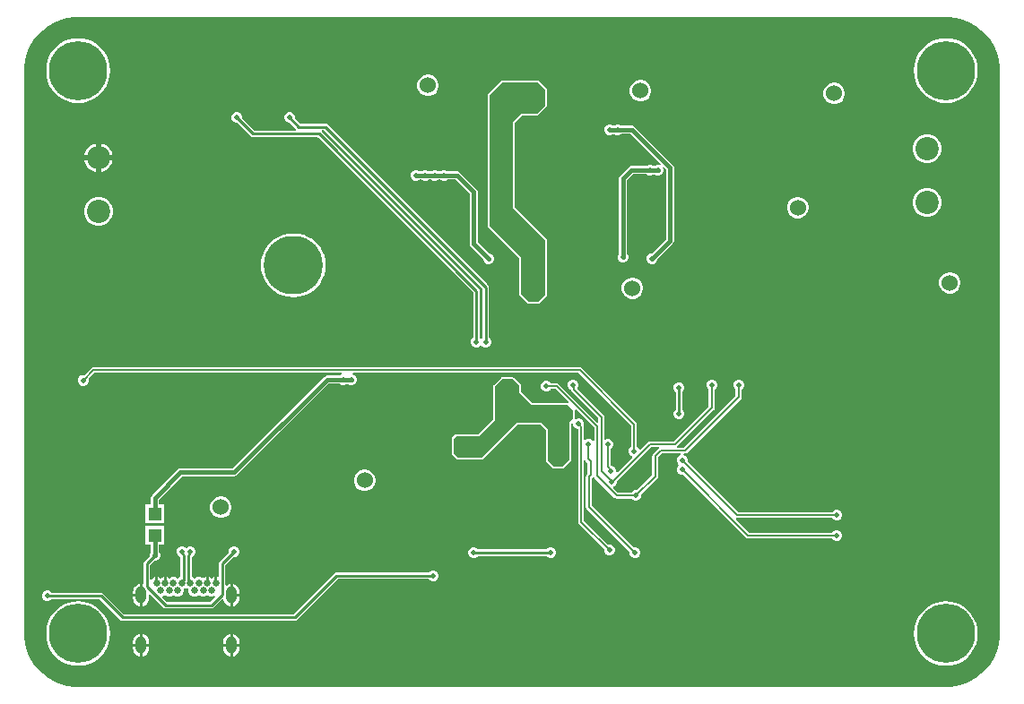
<source format=gbr>
G04*
G04 #@! TF.GenerationSoftware,Altium Limited,Altium Designer,24.2.2 (26)*
G04*
G04 Layer_Physical_Order=2*
G04 Layer_Color=16711680*
%FSLAX44Y44*%
%MOMM*%
G71*
G04*
G04 #@! TF.SameCoordinates,8E206BF5-5000-4682-9AB4-4AEA4F1FC2D2*
G04*
G04*
G04 #@! TF.FilePolarity,Positive*
G04*
G01*
G75*
%ADD15C,0.2540*%
%ADD17C,0.1778*%
%ADD95C,0.3810*%
%ADD96C,0.2787*%
%ADD97C,0.2032*%
%ADD98C,1.5240*%
%ADD99C,2.2000*%
%ADD100O,1.0000X1.6000*%
%ADD101C,0.6500*%
%ADD102O,5.6000X5.5000*%
%ADD103O,5.5000X5.6000*%
%ADD104C,0.5080*%
%ADD105R,1.2700X1.2700*%
G36*
X1123950Y887730D02*
X1123950Y887730D01*
X1127280Y887730D01*
X1133882Y886861D01*
X1140314Y885137D01*
X1146466Y882589D01*
X1152234Y879259D01*
X1157517Y875205D01*
X1162225Y870497D01*
X1166279Y865213D01*
X1169609Y859446D01*
X1172157Y853294D01*
X1173881Y846862D01*
X1174750Y840259D01*
X1174750Y836930D01*
X1174750Y304800D01*
X1174750Y304800D01*
Y301470D01*
X1173881Y294868D01*
X1172157Y288436D01*
X1169609Y282283D01*
X1166279Y276516D01*
X1162225Y271233D01*
X1157517Y266525D01*
X1152234Y262471D01*
X1146466Y259141D01*
X1140314Y256593D01*
X1133882Y254869D01*
X1127280Y254000D01*
X304800D01*
X301470Y254000D01*
X294868Y254869D01*
X288436Y256593D01*
X282283Y259141D01*
X276516Y262471D01*
X271233Y266525D01*
X266525Y271233D01*
X262471Y276516D01*
X259141Y282283D01*
X256593Y288436D01*
X254869Y294868D01*
X254000Y301470D01*
X254000Y304800D01*
X254000Y835734D01*
X254000Y836930D01*
X254000Y836930D01*
X254000Y836930D01*
X254000Y836930D01*
X254000Y840259D01*
X254869Y846862D01*
X256593Y853294D01*
X259141Y859446D01*
X262471Y865213D01*
X266524Y870497D01*
X271233Y875205D01*
X276516Y879259D01*
X282283Y882589D01*
X288436Y885137D01*
X294868Y886861D01*
X301470Y887730D01*
X304800Y887730D01*
X1123950Y887730D01*
X1123950Y887730D01*
D02*
G37*
%LPC*%
G36*
X636338Y833120D02*
X633662D01*
X631078Y832428D01*
X628762Y831090D01*
X626870Y829198D01*
X625532Y826882D01*
X624840Y824298D01*
Y821622D01*
X625532Y819038D01*
X626870Y816722D01*
X628762Y814830D01*
X631078Y813492D01*
X633662Y812800D01*
X636338D01*
X638922Y813492D01*
X641238Y814830D01*
X643130Y816722D01*
X644468Y819038D01*
X645160Y821622D01*
Y824298D01*
X644468Y826882D01*
X643130Y829198D01*
X641238Y831090D01*
X638922Y832428D01*
X636338Y833120D01*
D02*
G37*
G36*
X836998Y828040D02*
X834322D01*
X831738Y827348D01*
X829422Y826010D01*
X827530Y824118D01*
X826192Y821802D01*
X825500Y819218D01*
Y816542D01*
X826192Y813958D01*
X827530Y811642D01*
X829422Y809750D01*
X831738Y808412D01*
X834322Y807720D01*
X836998D01*
X839582Y808412D01*
X841898Y809750D01*
X843790Y811642D01*
X845128Y813958D01*
X845820Y816542D01*
Y819218D01*
X845128Y821802D01*
X843790Y824118D01*
X841898Y826010D01*
X839582Y827348D01*
X836998Y828040D01*
D02*
G37*
G36*
X1123950Y867563D02*
X1119236Y867192D01*
X1114638Y866088D01*
X1110270Y864279D01*
X1106238Y861808D01*
X1102643Y858737D01*
X1099572Y855142D01*
X1097101Y851110D01*
X1095292Y846742D01*
X1094188Y842144D01*
X1093817Y837430D01*
Y836430D01*
X1094188Y831716D01*
X1095292Y827118D01*
X1097101Y822750D01*
X1099572Y818718D01*
X1102643Y815123D01*
X1106238Y812052D01*
X1110270Y809581D01*
X1114638Y807772D01*
X1119236Y806668D01*
X1123950Y806297D01*
X1128664Y806668D01*
X1133262Y807772D01*
X1137630Y809581D01*
X1141662Y812052D01*
X1145257Y815123D01*
X1148328Y818718D01*
X1150799Y822750D01*
X1152608Y827118D01*
X1153712Y831716D01*
X1154083Y836430D01*
Y837430D01*
X1153712Y842144D01*
X1152608Y846742D01*
X1150799Y851110D01*
X1148328Y855142D01*
X1145257Y858737D01*
X1141662Y861808D01*
X1137630Y864279D01*
X1133262Y866088D01*
X1128664Y867192D01*
X1123950Y867563D01*
D02*
G37*
G36*
X304800D02*
X300086Y867192D01*
X295488Y866088D01*
X291120Y864279D01*
X287088Y861808D01*
X283493Y858737D01*
X280422Y855142D01*
X277951Y851110D01*
X276142Y846742D01*
X275038Y842144D01*
X274667Y837430D01*
Y836430D01*
X275038Y831716D01*
X276142Y827118D01*
X277951Y822750D01*
X280422Y818718D01*
X283493Y815123D01*
X287088Y812052D01*
X291120Y809581D01*
X295488Y807772D01*
X300086Y806668D01*
X304800Y806297D01*
X309514Y806668D01*
X314112Y807772D01*
X318480Y809581D01*
X322512Y812052D01*
X326107Y815123D01*
X329178Y818718D01*
X331649Y822750D01*
X333458Y827118D01*
X334562Y831716D01*
X334933Y836430D01*
Y837430D01*
X334562Y842144D01*
X333458Y846742D01*
X331649Y851110D01*
X329178Y855142D01*
X326107Y858737D01*
X322512Y861808D01*
X318480Y864279D01*
X314112Y866088D01*
X309514Y867192D01*
X304800Y867563D01*
D02*
G37*
G36*
X1019878Y825500D02*
X1017202D01*
X1014618Y824808D01*
X1012302Y823470D01*
X1010410Y821578D01*
X1009072Y819262D01*
X1008380Y816678D01*
Y814002D01*
X1009072Y811418D01*
X1010410Y809102D01*
X1012302Y807210D01*
X1014618Y805872D01*
X1017202Y805180D01*
X1019878D01*
X1022462Y805872D01*
X1024778Y807210D01*
X1026670Y809102D01*
X1028008Y811418D01*
X1028700Y814002D01*
Y816678D01*
X1028008Y819262D01*
X1026670Y821578D01*
X1024778Y823470D01*
X1022462Y824808D01*
X1019878Y825500D01*
D02*
G37*
G36*
X815080Y786130D02*
X813059D01*
X811192Y785357D01*
X810641Y784805D01*
X809879D01*
X809328Y785357D01*
X807460Y786130D01*
X805440D01*
X803572Y785357D01*
X802143Y783928D01*
X801370Y782060D01*
Y780040D01*
X802143Y778172D01*
X803572Y776743D01*
X805440Y775970D01*
X807460D01*
X809328Y776743D01*
X809879Y777295D01*
X810641D01*
X811192Y776743D01*
X813059Y775970D01*
X815080D01*
X816948Y776743D01*
X817499Y777295D01*
X826485D01*
X855219Y748560D01*
X854500Y747484D01*
X853180Y748030D01*
X851160D01*
X849292Y747257D01*
X848741Y746705D01*
X847979D01*
X847428Y747257D01*
X845561Y748030D01*
X843540D01*
X841672Y747257D01*
X841121Y746705D01*
X826770D01*
X825333Y746419D01*
X824115Y745605D01*
X816495Y737985D01*
X815681Y736767D01*
X815395Y735330D01*
Y663829D01*
X814843Y663278D01*
X814070Y661411D01*
Y659389D01*
X814843Y657522D01*
X816272Y656093D01*
X818139Y655320D01*
X820161D01*
X822028Y656093D01*
X823457Y657522D01*
X824230Y659389D01*
Y661411D01*
X823457Y663278D01*
X822905Y663829D01*
Y733775D01*
X828325Y739195D01*
X841121D01*
X841672Y738643D01*
X843540Y737870D01*
X845561D01*
X847428Y738643D01*
X847979Y739195D01*
X848741D01*
X849292Y738643D01*
X851160Y737870D01*
X853180D01*
X855048Y738643D01*
X856477Y740072D01*
X857250Y741939D01*
Y743960D01*
X856703Y745280D01*
X857780Y745999D01*
X859845Y743935D01*
Y677679D01*
X846580Y664415D01*
X845800D01*
X843933Y663641D01*
X842504Y662212D01*
X841731Y660345D01*
Y658324D01*
X842504Y656457D01*
X843933Y655028D01*
X845800Y654255D01*
X847821D01*
X849688Y655028D01*
X851117Y656457D01*
X851891Y658324D01*
Y659104D01*
X866255Y673468D01*
X867069Y674687D01*
X867355Y676124D01*
Y745490D01*
X867069Y746927D01*
X866255Y748145D01*
X830695Y783705D01*
X829477Y784519D01*
X828040Y784805D01*
X817499D01*
X816948Y785357D01*
X815080Y786130D01*
D02*
G37*
G36*
X505501Y797860D02*
X503480D01*
X501613Y797087D01*
X500184Y795658D01*
X499410Y793791D01*
Y791770D01*
X500184Y789903D01*
X501613Y788474D01*
X503480Y787700D01*
X504575D01*
X510657Y781618D01*
X510437Y780740D01*
X510169Y780348D01*
X471187D01*
X459740Y791795D01*
Y793491D01*
X458967Y795358D01*
X457538Y796787D01*
X455671Y797560D01*
X453649D01*
X451782Y796787D01*
X450353Y795358D01*
X449580Y793491D01*
Y791469D01*
X450353Y789602D01*
X451782Y788173D01*
X453649Y787400D01*
X455345D01*
X467702Y775042D01*
X468711Y774369D01*
X469900Y774132D01*
X530843D01*
X677612Y627363D01*
Y584467D01*
X676413Y583268D01*
X675640Y581400D01*
Y579380D01*
X676413Y577512D01*
X677842Y576083D01*
X679709Y575310D01*
X681730D01*
X683598Y576083D01*
X684335Y576821D01*
X685165Y577414D01*
X685995Y576821D01*
X686732Y576083D01*
X688599Y575310D01*
X690620D01*
X692488Y576083D01*
X693917Y577512D01*
X694690Y579380D01*
Y581400D01*
X693917Y583268D01*
X692718Y584467D01*
Y632242D01*
X692481Y633431D01*
X691807Y634440D01*
X540460Y785788D01*
X539451Y786461D01*
X538262Y786698D01*
X514367D01*
X509490Y791575D01*
X509570Y791770D01*
Y793791D01*
X508797Y795658D01*
X507368Y797087D01*
X505501Y797860D01*
D02*
G37*
G36*
X326390Y767717D02*
Y756920D01*
X337187D01*
X336467Y759606D01*
X334685Y762694D01*
X332164Y765215D01*
X329076Y766997D01*
X326390Y767717D01*
D02*
G37*
G36*
X321310D02*
X318624Y766997D01*
X315536Y765215D01*
X313015Y762694D01*
X311233Y759606D01*
X310513Y756920D01*
X321310D01*
Y767717D01*
D02*
G37*
G36*
X1107953Y776810D02*
X1104387D01*
X1100944Y775887D01*
X1097856Y774105D01*
X1095335Y771584D01*
X1093553Y768496D01*
X1092630Y765053D01*
Y761487D01*
X1093553Y758044D01*
X1095335Y754956D01*
X1097856Y752435D01*
X1100944Y750653D01*
X1104387Y749730D01*
X1107953D01*
X1111396Y750653D01*
X1114484Y752435D01*
X1117005Y754956D01*
X1118787Y758044D01*
X1119710Y761487D01*
Y765053D01*
X1118787Y768496D01*
X1117005Y771584D01*
X1114484Y774105D01*
X1111396Y775887D01*
X1107953Y776810D01*
D02*
G37*
G36*
X651251Y742950D02*
X649230D01*
X647362Y742177D01*
X646811Y741625D01*
X644779D01*
X644228Y742177D01*
X642361Y742950D01*
X640340D01*
X638472Y742177D01*
X637921Y741625D01*
X635889D01*
X635338Y742177D01*
X633470Y742950D01*
X631450D01*
X629582Y742177D01*
X629031Y741625D01*
X626999D01*
X626448Y742177D01*
X624580Y742950D01*
X622560D01*
X620692Y742177D01*
X619263Y740748D01*
X618490Y738880D01*
Y736860D01*
X619263Y734992D01*
X620692Y733563D01*
X622560Y732790D01*
X624580D01*
X626448Y733563D01*
X626999Y734115D01*
X629031D01*
X629582Y733563D01*
X631450Y732790D01*
X633470D01*
X635338Y733563D01*
X635889Y734115D01*
X637921D01*
X638472Y733563D01*
X640340Y732790D01*
X642361D01*
X644228Y733563D01*
X644779Y734115D01*
X646811D01*
X647362Y733563D01*
X649230Y732790D01*
X651251D01*
X653118Y733563D01*
X653669Y734115D01*
X661385D01*
X674425Y721075D01*
Y673100D01*
X674711Y671663D01*
X675525Y670445D01*
X687070Y658899D01*
Y658120D01*
X687843Y656252D01*
X689272Y654823D01*
X691140Y654050D01*
X693160D01*
X695028Y654823D01*
X696457Y656252D01*
X697230Y658120D01*
Y660141D01*
X696457Y662008D01*
X695028Y663437D01*
X693160Y664210D01*
X692381D01*
X681935Y674655D01*
Y722630D01*
X681649Y724067D01*
X680835Y725285D01*
X665595Y740525D01*
X664377Y741339D01*
X662940Y741625D01*
X653669D01*
X653118Y742177D01*
X651251Y742950D01*
D02*
G37*
G36*
X337187Y751840D02*
X326390D01*
Y741043D01*
X329076Y741763D01*
X332164Y743545D01*
X334685Y746066D01*
X336467Y749154D01*
X337187Y751840D01*
D02*
G37*
G36*
X321310D02*
X310513D01*
X311233Y749154D01*
X313015Y746066D01*
X315536Y743545D01*
X318624Y741763D01*
X321310Y741043D01*
Y751840D01*
D02*
G37*
G36*
X1107953Y726010D02*
X1104387D01*
X1100944Y725087D01*
X1097856Y723305D01*
X1095335Y720784D01*
X1093553Y717696D01*
X1092630Y714253D01*
Y710687D01*
X1093553Y707244D01*
X1095335Y704156D01*
X1097856Y701635D01*
X1100944Y699853D01*
X1104387Y698930D01*
X1107953D01*
X1111396Y699853D01*
X1114484Y701635D01*
X1117005Y704156D01*
X1118787Y707244D01*
X1119710Y710687D01*
Y714253D01*
X1118787Y717696D01*
X1117005Y720784D01*
X1114484Y723305D01*
X1111396Y725087D01*
X1107953Y726010D01*
D02*
G37*
G36*
X985588Y717550D02*
X982912D01*
X980328Y716858D01*
X978012Y715520D01*
X976120Y713628D01*
X974782Y711312D01*
X974090Y708728D01*
Y706052D01*
X974782Y703468D01*
X976120Y701152D01*
X978012Y699260D01*
X980328Y697922D01*
X982912Y697230D01*
X985588D01*
X988172Y697922D01*
X990488Y699260D01*
X992380Y701152D01*
X993718Y703468D01*
X994410Y706052D01*
Y708728D01*
X993718Y711312D01*
X992380Y713628D01*
X990488Y715520D01*
X988172Y716858D01*
X985588Y717550D01*
D02*
G37*
G36*
X325633Y717120D02*
X322067D01*
X318624Y716197D01*
X315536Y714415D01*
X313015Y711894D01*
X311233Y708806D01*
X310310Y705363D01*
Y701797D01*
X311233Y698354D01*
X313015Y695266D01*
X315536Y692745D01*
X318624Y690963D01*
X322067Y690040D01*
X325633D01*
X329076Y690963D01*
X332164Y692745D01*
X334685Y695266D01*
X336467Y698354D01*
X337390Y701797D01*
Y705363D01*
X336467Y708806D01*
X334685Y711894D01*
X332164Y714415D01*
X329076Y716197D01*
X325633Y717120D01*
D02*
G37*
G36*
X1129098Y646430D02*
X1126422D01*
X1123838Y645738D01*
X1121522Y644400D01*
X1119630Y642508D01*
X1118292Y640192D01*
X1117600Y637608D01*
Y634932D01*
X1118292Y632348D01*
X1119630Y630032D01*
X1121522Y628140D01*
X1123838Y626802D01*
X1126422Y626110D01*
X1129098D01*
X1131682Y626802D01*
X1133998Y628140D01*
X1135890Y630032D01*
X1137228Y632348D01*
X1137920Y634932D01*
Y637608D01*
X1137228Y640192D01*
X1135890Y642508D01*
X1133998Y644400D01*
X1131682Y645738D01*
X1129098Y646430D01*
D02*
G37*
G36*
X508500Y682913D02*
X507500D01*
X502786Y682542D01*
X498188Y681438D01*
X493820Y679629D01*
X489788Y677158D01*
X486193Y674087D01*
X483122Y670492D01*
X480651Y666460D01*
X478842Y662092D01*
X477738Y657494D01*
X477367Y652780D01*
X477738Y648066D01*
X478842Y643468D01*
X480651Y639100D01*
X483122Y635068D01*
X486193Y631473D01*
X489788Y628402D01*
X493820Y625931D01*
X498188Y624122D01*
X502786Y623018D01*
X507500Y622647D01*
X508500D01*
X513214Y623018D01*
X517812Y624122D01*
X522180Y625931D01*
X526212Y628402D01*
X529807Y631473D01*
X532878Y635068D01*
X535349Y639100D01*
X537158Y643468D01*
X538262Y648066D01*
X538633Y652780D01*
X538262Y657494D01*
X537158Y662092D01*
X535349Y666460D01*
X532878Y670492D01*
X529807Y674087D01*
X526212Y677158D01*
X522180Y679629D01*
X517812Y681438D01*
X513214Y682542D01*
X508500Y682913D01*
D02*
G37*
G36*
X829378Y641350D02*
X826702D01*
X824118Y640658D01*
X821802Y639320D01*
X819910Y637428D01*
X818572Y635112D01*
X817880Y632528D01*
Y629852D01*
X818572Y627268D01*
X819910Y624952D01*
X821802Y623060D01*
X824118Y621722D01*
X826702Y621030D01*
X829378D01*
X831962Y621722D01*
X834278Y623060D01*
X836170Y624952D01*
X837508Y627268D01*
X838200Y629852D01*
Y632528D01*
X837508Y635112D01*
X836170Y637428D01*
X834278Y639320D01*
X831962Y640658D01*
X829378Y641350D01*
D02*
G37*
G36*
X739140Y827313D02*
X704850D01*
X704156Y827175D01*
X703568Y826782D01*
X692138Y815352D01*
X691745Y814764D01*
X691607Y814070D01*
Y742950D01*
Y689610D01*
X691745Y688916D01*
X692138Y688328D01*
X720817Y659649D01*
Y626110D01*
X720955Y625416D01*
X721348Y624828D01*
X728968Y617208D01*
X729556Y616815D01*
X730250Y616677D01*
X739140Y616677D01*
X739834Y616815D01*
X740422Y617208D01*
X746772Y623558D01*
X747165Y624146D01*
X747303Y624840D01*
Y676910D01*
X747165Y677604D01*
X746772Y678192D01*
X728992Y695972D01*
X716823Y708141D01*
Y787919D01*
X723381Y794477D01*
X737870D01*
X738564Y794615D01*
X739152Y795008D01*
X746772Y802628D01*
X747165Y803216D01*
X747303Y803910D01*
Y819150D01*
X747165Y819844D01*
X746772Y820432D01*
X740422Y826782D01*
X739834Y827175D01*
X739140Y827313D01*
D02*
G37*
G36*
X873247Y542290D02*
X871226D01*
X869358Y541517D01*
X867929Y540088D01*
X867156Y538220D01*
Y536199D01*
X867929Y534332D01*
X869128Y533134D01*
Y516567D01*
X867929Y515368D01*
X867156Y513501D01*
Y511480D01*
X867929Y509613D01*
X869358Y508184D01*
X871226Y507410D01*
X873247D01*
X875114Y508184D01*
X876543Y509613D01*
X877316Y511480D01*
Y513501D01*
X876543Y515368D01*
X875344Y516567D01*
Y533134D01*
X876543Y534332D01*
X877316Y536199D01*
Y538220D01*
X876543Y540088D01*
X875114Y541517D01*
X873247Y542290D01*
D02*
G37*
G36*
X778510Y556439D02*
X319160D01*
X318119Y556232D01*
X317237Y555643D01*
X310770Y549176D01*
X310612Y549241D01*
X308591D01*
X306723Y548468D01*
X305294Y547039D01*
X304521Y545172D01*
Y543151D01*
X305294Y541284D01*
X306723Y539855D01*
X308591Y539081D01*
X310612D01*
X312479Y539855D01*
X313908Y541284D01*
X314681Y543151D01*
Y545172D01*
X314615Y545330D01*
X320286Y551001D01*
X553294D01*
X553547Y549731D01*
X552112Y549137D01*
X551561Y548585D01*
X539750D01*
X538313Y548299D01*
X537095Y547485D01*
X450565Y460955D01*
X401320D01*
X399883Y460669D01*
X398665Y459855D01*
X374535Y435725D01*
X373721Y434507D01*
X373435Y433070D01*
Y426720D01*
X368300D01*
Y408940D01*
X386080D01*
Y426720D01*
X380945D01*
Y431515D01*
X402875Y453445D01*
X452120D01*
X453557Y453731D01*
X454775Y454545D01*
X541305Y541075D01*
X551561D01*
X552112Y540523D01*
X553979Y539750D01*
X556001D01*
X557868Y540523D01*
X558419Y541075D01*
X559181D01*
X559732Y540523D01*
X561600Y539750D01*
X563620D01*
X565488Y540523D01*
X566917Y541952D01*
X567690Y543820D01*
Y545840D01*
X566917Y547708D01*
X565488Y549137D01*
X564053Y549731D01*
X564306Y551001D01*
X777384D01*
X826815Y501569D01*
Y481668D01*
X826657Y481602D01*
X825228Y480173D01*
X824454Y478306D01*
Y476285D01*
X825228Y474418D01*
X826657Y472989D01*
X827626Y472588D01*
X827924Y471090D01*
X813973Y457139D01*
X813682Y457219D01*
X812800Y457762D01*
Y459481D01*
X812027Y461348D01*
X810598Y462777D01*
X808730Y463550D01*
X807648D01*
Y479221D01*
X807677Y479234D01*
X809106Y480662D01*
X809879Y482530D01*
Y484551D01*
X809106Y486418D01*
X807677Y487847D01*
X805809Y488620D01*
X803789D01*
X802819Y488219D01*
X801549Y489067D01*
Y509384D01*
X801342Y510424D01*
X800753Y511307D01*
X775827Y536233D01*
X776467Y536872D01*
X777240Y538740D01*
Y540760D01*
X776467Y542628D01*
X775038Y544057D01*
X773170Y544830D01*
X771150D01*
X769282Y544057D01*
X767853Y542628D01*
X767080Y540760D01*
Y538740D01*
X767853Y536872D01*
X769282Y535443D01*
X770139Y535089D01*
X770279Y534381D01*
X770869Y533499D01*
X796111Y508257D01*
Y504794D01*
X794937Y504308D01*
X758843Y540403D01*
X757961Y540992D01*
X756920Y541199D01*
X751132D01*
X751067Y541358D01*
X749638Y542787D01*
X747770Y543560D01*
X745750D01*
X743882Y542787D01*
X742453Y541358D01*
X741680Y539491D01*
Y537469D01*
X742453Y535602D01*
X743882Y534173D01*
X745750Y533400D01*
X747770D01*
X749638Y534173D01*
X751067Y535602D01*
X751132Y535761D01*
X755794D01*
X767912Y523642D01*
X767287Y522472D01*
X767080Y522513D01*
X734176D01*
X723113Y533576D01*
Y538819D01*
X722975Y539513D01*
X722582Y540101D01*
X716131Y546552D01*
X715543Y546945D01*
X714849Y547083D01*
X705290D01*
X704596Y546945D01*
X704008Y546552D01*
X697218Y539762D01*
X696825Y539174D01*
X696687Y538480D01*
Y507481D01*
X682509Y493303D01*
X661670D01*
X660976Y493165D01*
X660388Y492772D01*
X657848Y490232D01*
X657455Y489644D01*
X657317Y488950D01*
Y474980D01*
X657455Y474286D01*
X657848Y473698D01*
X661658Y469888D01*
X662246Y469495D01*
X662940Y469357D01*
X685800D01*
X686494Y469495D01*
X687082Y469888D01*
X719571Y502377D01*
X740929D01*
X746217Y497089D01*
X746217Y468630D01*
X746355Y467936D01*
X746748Y467348D01*
X753098Y460998D01*
X753686Y460605D01*
X754380Y460467D01*
X762000D01*
X762694Y460605D01*
X763282Y460998D01*
X769632Y467348D01*
X770025Y467936D01*
X770163Y468630D01*
Y503419D01*
X771105Y504229D01*
X771318Y504169D01*
X772160Y503640D01*
Y501909D01*
X772933Y500042D01*
X774362Y498613D01*
X776229Y497840D01*
X777016D01*
Y410255D01*
X777223Y409215D01*
X777812Y408332D01*
X801436Y384709D01*
X801370Y384551D01*
Y382529D01*
X802143Y380662D01*
X803572Y379233D01*
X805440Y378460D01*
X807460D01*
X809328Y379233D01*
X810757Y380662D01*
X811530Y382529D01*
Y384551D01*
X810757Y386418D01*
X809328Y387847D01*
X807460Y388620D01*
X805440D01*
X805281Y388554D01*
X782454Y411382D01*
Y468451D01*
X783110Y468660D01*
X783724Y468662D01*
X784207Y467939D01*
X785940Y466207D01*
Y455675D01*
X784973Y454708D01*
X784383Y453826D01*
X784176Y452785D01*
Y424684D01*
X784383Y423644D01*
X784973Y422762D01*
X825566Y382169D01*
X825500Y382010D01*
Y379990D01*
X826273Y378122D01*
X827702Y376693D01*
X829569Y375920D01*
X831590D01*
X833458Y376693D01*
X834887Y378122D01*
X835660Y379990D01*
Y382010D01*
X834887Y383878D01*
X833458Y385307D01*
X831590Y386080D01*
X829569D01*
X829411Y386014D01*
X789615Y425811D01*
Y451659D01*
X790582Y452626D01*
X790784Y452928D01*
X792116Y452742D01*
X792705Y451859D01*
X811324Y433240D01*
X811324Y433240D01*
X812206Y432651D01*
X813247Y432444D01*
X826917D01*
X826983Y432285D01*
X828412Y430856D01*
X830279Y430083D01*
X832300D01*
X834167Y430856D01*
X835596Y432285D01*
X836370Y434152D01*
Y436173D01*
X836304Y436332D01*
X851553Y451580D01*
X852142Y452463D01*
X852349Y453503D01*
X852349Y453503D01*
Y471314D01*
X855836Y474801D01*
X873334D01*
X873587Y473531D01*
X872152Y472937D01*
X870723Y471508D01*
X869950Y469641D01*
Y467620D01*
X870723Y465752D01*
X871461Y465015D01*
X872054Y464185D01*
X871461Y463355D01*
X870723Y462618D01*
X869950Y460751D01*
Y458730D01*
X870723Y456862D01*
X872152Y455433D01*
X874019Y454660D01*
X876040D01*
X876199Y454726D01*
X935337Y395587D01*
X936219Y394998D01*
X937260Y394791D01*
X1016708D01*
X1016773Y394632D01*
X1018202Y393203D01*
X1020070Y392430D01*
X1022091D01*
X1023958Y393203D01*
X1025387Y394632D01*
X1026160Y396499D01*
Y398521D01*
X1025387Y400388D01*
X1023958Y401817D01*
X1022091Y402590D01*
X1020070D01*
X1018202Y401817D01*
X1016773Y400388D01*
X1016708Y400229D01*
X938386D01*
X925814Y412802D01*
X926440Y413972D01*
X927100Y413841D01*
X927100Y413841D01*
X1016708D01*
X1016773Y413682D01*
X1018202Y412253D01*
X1020070Y411480D01*
X1022091D01*
X1023958Y412253D01*
X1025387Y413682D01*
X1026160Y415550D01*
Y417570D01*
X1025387Y419438D01*
X1023958Y420867D01*
X1022091Y421640D01*
X1020070D01*
X1018202Y420867D01*
X1016773Y419438D01*
X1016708Y419279D01*
X928226D01*
X880044Y467461D01*
X880110Y467620D01*
Y469641D01*
X879337Y471508D01*
X877908Y472937D01*
X876473Y473531D01*
X876726Y474801D01*
X877570D01*
X878611Y475008D01*
X879493Y475597D01*
X930293Y526397D01*
X930882Y527279D01*
X931089Y528320D01*
Y535378D01*
X931248Y535443D01*
X932677Y536872D01*
X933450Y538740D01*
Y540760D01*
X932677Y542628D01*
X931248Y544057D01*
X929380Y544830D01*
X927359D01*
X925492Y544057D01*
X924063Y542628D01*
X923290Y540760D01*
Y538740D01*
X924063Y536872D01*
X925492Y535443D01*
X925651Y535378D01*
Y529446D01*
X876444Y480239D01*
X870159D01*
X870089Y480418D01*
X869947Y481509D01*
X870603Y481947D01*
X904893Y516237D01*
X905482Y517119D01*
X905689Y518160D01*
Y535378D01*
X905848Y535443D01*
X907277Y536872D01*
X908050Y538740D01*
Y540760D01*
X907277Y542628D01*
X905848Y544057D01*
X903980Y544830D01*
X901960D01*
X900092Y544057D01*
X898663Y542628D01*
X897890Y540760D01*
Y538740D01*
X898663Y536872D01*
X900092Y535443D01*
X900251Y535378D01*
Y519286D01*
X867554Y486589D01*
X844550D01*
X843509Y486382D01*
X842627Y485793D01*
X835741Y478906D01*
X834242Y479204D01*
X833841Y480173D01*
X832412Y481602D01*
X832253Y481668D01*
Y502696D01*
X832254Y502696D01*
X832047Y503736D01*
X831457Y504618D01*
X831457Y504619D01*
X780433Y555643D01*
X779551Y556232D01*
X778510Y556439D01*
D02*
G37*
G36*
X576648Y459740D02*
X573972D01*
X571388Y459048D01*
X569072Y457710D01*
X567180Y455818D01*
X565842Y453502D01*
X565150Y450918D01*
Y448242D01*
X565842Y445658D01*
X567180Y443342D01*
X569072Y441450D01*
X571388Y440112D01*
X573972Y439420D01*
X576648D01*
X579232Y440112D01*
X581548Y441450D01*
X583440Y443342D01*
X584778Y445658D01*
X585470Y448242D01*
Y450918D01*
X584778Y453502D01*
X583440Y455818D01*
X581548Y457710D01*
X579232Y459048D01*
X576648Y459740D01*
D02*
G37*
G36*
X440758Y434340D02*
X438082D01*
X435498Y433648D01*
X433182Y432310D01*
X431290Y430418D01*
X429952Y428102D01*
X429260Y425518D01*
Y422842D01*
X429952Y420258D01*
X431290Y417942D01*
X433182Y416050D01*
X435498Y414712D01*
X438082Y414020D01*
X440758D01*
X443342Y414712D01*
X445658Y416050D01*
X447550Y417942D01*
X448888Y420258D01*
X449580Y422842D01*
Y425518D01*
X448888Y428102D01*
X447550Y430418D01*
X445658Y432310D01*
X443342Y433648D01*
X440758Y434340D01*
D02*
G37*
G36*
X752088Y386334D02*
X750068D01*
X748200Y385561D01*
X747001Y384362D01*
X682256D01*
X681058Y385561D01*
X679191Y386334D01*
X677169D01*
X675302Y385561D01*
X673873Y384132D01*
X673100Y382265D01*
Y380243D01*
X673873Y378376D01*
X675302Y376947D01*
X677169Y376174D01*
X679191D01*
X681058Y376947D01*
X682256Y378146D01*
X747001D01*
X748200Y376947D01*
X750068Y376174D01*
X752088D01*
X753956Y376947D01*
X755385Y378376D01*
X756158Y380243D01*
Y382265D01*
X755385Y384132D01*
X753956Y385561D01*
X752088Y386334D01*
D02*
G37*
G36*
X641090Y364490D02*
X639070D01*
X637202Y363717D01*
X636003Y362518D01*
X548640D01*
X547451Y362281D01*
X546442Y361608D01*
X507983Y323148D01*
X347997D01*
X328587Y342557D01*
X327579Y343231D01*
X326390Y343468D01*
X279667D01*
X278468Y344667D01*
X276600Y345440D01*
X274580D01*
X272712Y344667D01*
X271283Y343238D01*
X270510Y341371D01*
Y339350D01*
X271283Y337482D01*
X272712Y336053D01*
X274580Y335280D01*
X276600D01*
X278468Y336053D01*
X279667Y337252D01*
X325103D01*
X344512Y317843D01*
X345521Y317169D01*
X346710Y316932D01*
X509270D01*
X510459Y317169D01*
X511468Y317843D01*
X549927Y356302D01*
X636003D01*
X637202Y355103D01*
X639070Y354330D01*
X641090D01*
X642958Y355103D01*
X644387Y356532D01*
X645160Y358400D01*
Y360420D01*
X644387Y362288D01*
X642958Y363717D01*
X641090Y364490D01*
D02*
G37*
G36*
X450750Y351528D02*
Y342360D01*
X457085D01*
Y344090D01*
X456826Y346058D01*
X456066Y347892D01*
X454857Y349468D01*
X453283Y350676D01*
X451448Y351436D01*
X450750Y351528D01*
D02*
G37*
G36*
X362810D02*
X362112Y351436D01*
X360277Y350676D01*
X358703Y349468D01*
X357494Y347892D01*
X356734Y346058D01*
X356475Y344090D01*
Y342360D01*
X362810D01*
Y351528D01*
D02*
G37*
G36*
X457085Y339820D02*
X450750D01*
Y330652D01*
X451448Y330744D01*
X453283Y331504D01*
X454857Y332712D01*
X456066Y334287D01*
X456826Y336122D01*
X457085Y338090D01*
Y339820D01*
D02*
G37*
G36*
X386080Y406400D02*
X368300D01*
Y388620D01*
X373435D01*
Y381889D01*
X372883Y381338D01*
X372110Y379470D01*
Y377775D01*
X367373Y373037D01*
X366699Y372029D01*
X366462Y370840D01*
Y352552D01*
X365350Y351673D01*
Y341090D01*
X364080D01*
D01*
X365350D01*
Y330652D01*
X366048Y330744D01*
X367883Y331504D01*
X369458Y332712D01*
X370666Y334287D01*
X371426Y336122D01*
X371685Y338090D01*
Y341081D01*
X372859Y341567D01*
X385153Y329272D01*
X386161Y328599D01*
X387350Y328362D01*
X430530D01*
X431719Y328599D01*
X432728Y329272D01*
X440704Y337249D01*
X442045Y336794D01*
X442134Y336122D01*
X442894Y334287D01*
X444102Y332712D01*
X445677Y331504D01*
X447512Y330744D01*
X448210Y330652D01*
Y341090D01*
Y351528D01*
X447512Y351436D01*
X445677Y350676D01*
X445068Y350208D01*
X443798Y350835D01*
Y369553D01*
X451435Y377190D01*
X453130D01*
X454998Y377963D01*
X456427Y379392D01*
X457200Y381259D01*
Y383280D01*
X456427Y385148D01*
X454998Y386577D01*
X453130Y387350D01*
X451110D01*
X449242Y386577D01*
X447813Y385148D01*
X447040Y383280D01*
Y381585D01*
X438493Y373037D01*
X437819Y372029D01*
X437582Y370840D01*
Y358839D01*
X436526Y358134D01*
X436050Y358331D01*
Y352590D01*
X433510D01*
Y358331D01*
X431500Y357499D01*
X430780Y356778D01*
X430060Y357499D01*
X428050Y358331D01*
Y352590D01*
X425510D01*
Y358331D01*
X423500Y357499D01*
X422780Y356778D01*
X422060Y357499D01*
X419932Y358380D01*
X417628D01*
X415500Y357499D01*
X414780Y356778D01*
X414060Y357499D01*
X412042Y358334D01*
Y377373D01*
X413468Y377963D01*
X414897Y379392D01*
X415670Y381259D01*
Y383280D01*
X414897Y385148D01*
X413468Y386577D01*
X411600Y387350D01*
X409580D01*
X407712Y386577D01*
X406780Y385644D01*
X405848Y386577D01*
X403980Y387350D01*
X401959D01*
X400092Y386577D01*
X398663Y385148D01*
X397890Y383280D01*
Y381259D01*
X398663Y379392D01*
X400092Y377963D01*
X401518Y377373D01*
Y358334D01*
X399500Y357499D01*
X398780Y356778D01*
X398060Y357499D01*
X395932Y358380D01*
X393628D01*
X391500Y357499D01*
X390780Y356778D01*
X390060Y357499D01*
X388050Y358331D01*
Y352590D01*
X385510D01*
Y358331D01*
X383500Y357499D01*
X382780Y356778D01*
X382060Y357499D01*
X380050Y358331D01*
Y352590D01*
X377510D01*
Y358331D01*
X375500Y357499D01*
X373948Y355946D01*
X373577Y355978D01*
X372678Y356306D01*
Y369553D01*
X376505Y373380D01*
X378200D01*
X380068Y374153D01*
X381497Y375582D01*
X382270Y377449D01*
Y379470D01*
X381497Y381338D01*
X380945Y381889D01*
Y388620D01*
X386080D01*
Y406400D01*
D02*
G37*
G36*
X362810Y339820D02*
X356475D01*
Y338090D01*
X356734Y336122D01*
X357494Y334287D01*
X358703Y332712D01*
X360277Y331504D01*
X362112Y330744D01*
X362810Y330652D01*
Y339820D01*
D02*
G37*
G36*
X365350Y304228D02*
Y295060D01*
X371685D01*
Y296790D01*
X371426Y298759D01*
X370666Y300593D01*
X369458Y302168D01*
X367883Y303376D01*
X366048Y304136D01*
X365350Y304228D01*
D02*
G37*
G36*
X450750D02*
Y295060D01*
X457085D01*
Y296790D01*
X456826Y298759D01*
X456066Y300593D01*
X454857Y302168D01*
X453283Y303376D01*
X451448Y304136D01*
X450750Y304228D01*
D02*
G37*
G36*
X448210D02*
X447512Y304136D01*
X445677Y303376D01*
X444102Y302168D01*
X442894Y300593D01*
X442134Y298759D01*
X441875Y296790D01*
Y295060D01*
X448210D01*
Y304228D01*
D02*
G37*
G36*
X362810D02*
X362112Y304136D01*
X360277Y303376D01*
X358703Y302168D01*
X357494Y300593D01*
X356734Y298759D01*
X356475Y296790D01*
Y295060D01*
X362810D01*
Y304228D01*
D02*
G37*
G36*
X364080Y293790D02*
D01*
D01*
D01*
D02*
G37*
G36*
X371685Y292520D02*
X365350D01*
Y283352D01*
X366048Y283444D01*
X367883Y284204D01*
X369458Y285413D01*
X370666Y286988D01*
X371426Y288822D01*
X371685Y290790D01*
Y292520D01*
D02*
G37*
G36*
X457085D02*
X450750D01*
Y283352D01*
X451448Y283444D01*
X453283Y284204D01*
X454857Y285413D01*
X456066Y286988D01*
X456826Y288822D01*
X457085Y290790D01*
Y292520D01*
D02*
G37*
G36*
X448210D02*
X441875D01*
Y290790D01*
X442134Y288822D01*
X442894Y286988D01*
X444102Y285413D01*
X445677Y284204D01*
X447512Y283444D01*
X448210Y283352D01*
Y292520D01*
D02*
G37*
G36*
X362810D02*
X356475D01*
Y290790D01*
X356734Y288822D01*
X357494Y286988D01*
X358703Y285413D01*
X360277Y284204D01*
X362112Y283444D01*
X362810Y283352D01*
Y292520D01*
D02*
G37*
G36*
X1123950Y335433D02*
X1119236Y335062D01*
X1114638Y333958D01*
X1110270Y332149D01*
X1106238Y329678D01*
X1102643Y326607D01*
X1099572Y323012D01*
X1097101Y318980D01*
X1095292Y314612D01*
X1094188Y310014D01*
X1093817Y305300D01*
Y304300D01*
X1094188Y299586D01*
X1095292Y294988D01*
X1097101Y290620D01*
X1099572Y286588D01*
X1102643Y282993D01*
X1106238Y279922D01*
X1110270Y277451D01*
X1114638Y275642D01*
X1119236Y274538D01*
X1123950Y274167D01*
X1128664Y274538D01*
X1133262Y275642D01*
X1137630Y277451D01*
X1141662Y279922D01*
X1145257Y282993D01*
X1148328Y286588D01*
X1150799Y290620D01*
X1152608Y294988D01*
X1153712Y299586D01*
X1154083Y304300D01*
Y305300D01*
X1153712Y310014D01*
X1152608Y314612D01*
X1150799Y318980D01*
X1148328Y323012D01*
X1145257Y326607D01*
X1141662Y329678D01*
X1137630Y332149D01*
X1133262Y333958D01*
X1128664Y335062D01*
X1123950Y335433D01*
D02*
G37*
G36*
X304800D02*
X300086Y335062D01*
X295488Y333958D01*
X291120Y332149D01*
X287088Y329678D01*
X283493Y326607D01*
X280422Y323012D01*
X277951Y318980D01*
X276142Y314612D01*
X275038Y310014D01*
X274667Y305300D01*
Y304300D01*
X275038Y299586D01*
X276142Y294988D01*
X277951Y290620D01*
X280422Y286588D01*
X283493Y282993D01*
X287088Y279922D01*
X291120Y277451D01*
X295488Y275642D01*
X300086Y274538D01*
X304800Y274167D01*
X309514Y274538D01*
X314112Y275642D01*
X318480Y277451D01*
X322512Y279922D01*
X326107Y282993D01*
X329178Y286588D01*
X331649Y290620D01*
X333458Y294988D01*
X334562Y299586D01*
X334933Y304300D01*
Y305300D01*
X334562Y310014D01*
X333458Y314612D01*
X331649Y318980D01*
X329178Y323012D01*
X326107Y326607D01*
X322512Y329678D01*
X318480Y332149D01*
X314112Y333958D01*
X309514Y335062D01*
X304800Y335433D01*
D02*
G37*
%LPD*%
G36*
X686502Y630955D02*
Y584467D01*
X685995Y583959D01*
X685165Y583366D01*
X684335Y583959D01*
X683828Y584467D01*
Y628650D01*
X683591Y629839D01*
X682917Y630848D01*
X534553Y779212D01*
X534773Y780090D01*
X535041Y780482D01*
X536975D01*
X686502Y630955D01*
D02*
G37*
G36*
X745490Y819150D02*
Y803910D01*
X737870Y796290D01*
X722630D01*
X715010Y788670D01*
Y707390D01*
X727710Y694690D01*
X745490Y676910D01*
Y624840D01*
X739140Y618490D01*
X730250Y618490D01*
X722630Y626110D01*
Y660400D01*
X693420Y689610D01*
Y742950D01*
Y814070D01*
X704850Y825500D01*
X739140D01*
X745490Y819150D01*
D02*
G37*
G36*
X791909Y499646D02*
Y487380D01*
X791449Y487054D01*
X790639Y486854D01*
X789630Y487863D01*
X787763Y488636D01*
X785742D01*
X783875Y487863D01*
X783627Y487615D01*
X782454Y488101D01*
Y500227D01*
X782247Y501268D01*
X782128Y501446D01*
X782320Y501909D01*
Y503931D01*
X781547Y505798D01*
X780118Y507227D01*
X778251Y508000D01*
X776229D01*
X775181Y507566D01*
X774825Y507694D01*
X773973Y508440D01*
Y515620D01*
X773932Y515827D01*
X775102Y516452D01*
X791909Y499646D01*
D02*
G37*
G36*
X721300Y538819D02*
Y532825D01*
X733425Y520700D01*
X767080D01*
X772160Y515620D01*
Y508000D01*
X768350Y504190D01*
Y468630D01*
X762000Y462280D01*
X754380D01*
X748030Y468630D01*
X748030Y497840D01*
X741680Y504190D01*
X718820D01*
X685800Y471170D01*
X662940D01*
X659130Y474980D01*
Y488950D01*
X661670Y491490D01*
X683260D01*
X698500Y506730D01*
Y538480D01*
X705290Y545270D01*
X714849D01*
X721300Y538819D01*
D02*
G37*
G36*
X853301Y480972D02*
X853443Y479881D01*
X852787Y479443D01*
X847707Y474363D01*
X847118Y473481D01*
X846911Y472440D01*
Y454630D01*
X832459Y440177D01*
X832300Y440243D01*
X830279D01*
X828412Y439469D01*
X826983Y438041D01*
X826917Y437882D01*
X814373D01*
X810186Y442069D01*
X810484Y443567D01*
X811537Y444003D01*
X812967Y445432D01*
X813740Y447299D01*
Y449214D01*
X845676Y481151D01*
X853231D01*
X853301Y480972D01*
D02*
G37*
G36*
X407500Y347682D02*
X409104Y347017D01*
X408990Y346742D01*
Y344438D01*
X409871Y342310D01*
X411500Y340681D01*
X413628Y339800D01*
X415932D01*
X418060Y340681D01*
X418780Y341402D01*
X419500Y340681D01*
X421628Y339800D01*
X423932D01*
X426060Y340681D01*
X426780Y341402D01*
X427500Y340681D01*
X429628Y339800D01*
X431932D01*
X433190Y340321D01*
X433909Y339244D01*
X429243Y334578D01*
X388637D01*
X384539Y338677D01*
X384837Y340175D01*
X386060Y340681D01*
X386780Y341402D01*
X387500Y340681D01*
X389628Y339800D01*
X391932D01*
X394060Y340681D01*
X394780Y341402D01*
X395500Y340681D01*
X397628Y339800D01*
X399932D01*
X402060Y340681D01*
X403689Y342310D01*
X404570Y344438D01*
Y346742D01*
X404456Y347017D01*
X406060Y347682D01*
X406780Y348402D01*
X407500Y347682D01*
D02*
G37*
D15*
X504190Y792480D02*
X504490Y792780D01*
X504190Y792480D02*
X513080Y783590D01*
X538262D01*
X689610Y632242D01*
Y580390D02*
Y632242D01*
X872236Y512490D02*
Y537210D01*
X678180Y381254D02*
X751078D01*
X275590Y340360D02*
X326390D01*
X346710Y320040D01*
X509270D01*
X548640Y359410D01*
X640080D01*
X371620Y347200D02*
X387350Y331470D01*
X371620Y347200D02*
Y347213D01*
X369570Y370840D02*
X377190Y378460D01*
X440690Y370840D02*
X452120Y382270D01*
X440690Y341630D02*
Y370840D01*
X430530Y331470D02*
X440690Y341630D01*
X387350Y331470D02*
X430530D01*
X369570Y349263D02*
X371620Y347213D01*
X369570Y349263D02*
Y370840D01*
X680720Y580390D02*
Y628650D01*
X532130Y777240D02*
X680720Y628650D01*
X469900Y777240D02*
X532130D01*
X454660Y792480D02*
X469900Y777240D01*
D17*
X806450Y383540D02*
Y383540D01*
X779735Y410255D02*
X806450Y383540D01*
X779735Y410255D02*
Y500227D01*
X777240Y502722D02*
Y502920D01*
Y502722D02*
X779735Y500227D01*
X798830Y458470D02*
Y509383D01*
X786896Y424684D02*
X830580Y381000D01*
X794628Y487166D02*
Y500772D01*
X786896Y424684D02*
Y452785D01*
X798830Y458470D02*
X808660Y448640D01*
X794628Y453782D02*
Y487166D01*
X772792Y535422D02*
X798830Y509384D01*
X794628Y453782D02*
X813247Y435163D01*
X798830Y509383D02*
Y509384D01*
X756920Y538480D02*
X794628Y500772D01*
X937260Y397510D02*
X1021080D01*
X875030Y459740D02*
X937260Y397510D01*
X927100Y416560D02*
X1021080D01*
X875030Y468630D02*
X927100Y416560D01*
X849630Y472440D02*
X854710Y477520D01*
X849630Y453503D02*
Y472440D01*
X831290Y435163D02*
X849630Y453503D01*
X854710Y477520D02*
X877570D01*
X813247Y435163D02*
X831290D01*
X319160Y553720D02*
X778510D01*
X309601Y544161D02*
X319160Y553720D01*
X778510D02*
X829534Y502696D01*
Y477296D02*
Y502696D01*
X786130Y482933D02*
X786753Y483556D01*
X786130Y469862D02*
Y482933D01*
X808990Y448310D02*
X844550Y483870D01*
X808660Y448310D02*
Y448640D01*
X746760Y538480D02*
X756920D01*
X772160Y539750D02*
X772792Y539118D01*
Y535422D02*
Y539118D01*
X788659Y454549D02*
Y467333D01*
X786130Y469862D02*
X788659Y467333D01*
X877570Y477520D02*
X928370Y528320D01*
Y539750D01*
X844550Y483870D02*
X868680D01*
X902970Y518160D01*
Y539750D01*
X786896Y452785D02*
X788659Y454549D01*
D95*
X377190Y378460D02*
Y397510D01*
Y417830D02*
Y433070D01*
X539750Y544830D02*
X562610D01*
X452120Y457200D02*
X539750Y544830D01*
X401320Y457200D02*
X452120D01*
X662940Y737870D02*
X678180Y722630D01*
X623570Y737870D02*
X662940D01*
X678180Y673100D02*
Y722630D01*
Y673100D02*
X692150Y659130D01*
X826770Y742950D02*
X852170D01*
X819150Y735330D02*
X826770Y742950D01*
X819150Y660400D02*
Y735330D01*
X846811Y659335D02*
X863600Y676124D01*
X806450Y781050D02*
X814070D01*
X828040D01*
X863600Y745490D01*
Y676124D02*
Y745490D01*
X377190Y433070D02*
X401320Y457200D01*
D96*
X402780Y352590D02*
Y353595D01*
X404752Y355566D01*
X404117Y379589D02*
Y380503D01*
X409443D02*
X410590Y381650D01*
X409443Y379589D02*
Y380503D01*
X408808Y355566D02*
X410780Y353595D01*
X404752Y355566D02*
Y378954D01*
X402970Y381650D02*
Y382270D01*
Y381650D02*
X404117Y380503D01*
Y379589D02*
X404752Y378954D01*
X410590Y381650D02*
Y382270D01*
X408808Y355566D02*
Y378954D01*
X409443Y379589D01*
X410780Y352590D02*
Y353595D01*
D97*
X807720Y458470D02*
Y459295D01*
X804799Y462216D02*
Y483540D01*
Y462216D02*
X807720Y459295D01*
D98*
X828040Y631190D02*
D03*
X635000Y822960D02*
D03*
X835660Y817880D02*
D03*
X984250Y707390D02*
D03*
X1127760Y636270D02*
D03*
X1018540Y815340D02*
D03*
X575310Y449580D02*
D03*
X439420Y424180D02*
D03*
D99*
X1106170Y712470D02*
D03*
Y763270D02*
D03*
X323850Y754380D02*
D03*
Y703580D02*
D03*
D100*
X449480Y293790D02*
D03*
X364080D02*
D03*
Y341090D02*
D03*
X449480D02*
D03*
D101*
X402780Y352590D02*
D03*
X398780Y345590D02*
D03*
X394780Y352590D02*
D03*
X386780D02*
D03*
X378780D02*
D03*
X390780Y345590D02*
D03*
X382780D02*
D03*
X430780D02*
D03*
X422780D02*
D03*
X434780Y352590D02*
D03*
X426780D02*
D03*
X418780D02*
D03*
X414780Y345590D02*
D03*
X410780Y352590D02*
D03*
D102*
X509270Y742950D02*
D03*
X508000Y652780D02*
D03*
D103*
X304800Y304800D02*
D03*
Y836930D02*
D03*
X1123950D02*
D03*
Y304800D02*
D03*
D104*
X739140Y739140D02*
D03*
Y731520D02*
D03*
X731520Y762000D02*
D03*
Y754380D02*
D03*
Y746760D02*
D03*
Y739140D02*
D03*
X694690Y487680D02*
D03*
Y496570D02*
D03*
X554990Y544830D02*
D03*
X562610D02*
D03*
X534670Y491490D02*
D03*
X631190Y406400D02*
D03*
X806450Y383540D02*
D03*
X807720Y458470D02*
D03*
X804799Y483540D02*
D03*
X1021080Y397510D02*
D03*
Y416560D02*
D03*
X843280Y473710D02*
D03*
X830580Y445770D02*
D03*
X831290Y435163D02*
D03*
X760730Y440690D02*
D03*
Y448310D02*
D03*
X410590Y382270D02*
D03*
X402970D02*
D03*
X853440Y502920D02*
D03*
Y495300D02*
D03*
X845820Y502920D02*
D03*
Y495300D02*
D03*
X631190Y421640D02*
D03*
Y414020D02*
D03*
X623570Y421640D02*
D03*
Y414020D02*
D03*
Y406400D02*
D03*
X615950Y421640D02*
D03*
Y414020D02*
D03*
Y406400D02*
D03*
X608330Y421640D02*
D03*
Y414020D02*
D03*
Y406400D02*
D03*
X600710Y421640D02*
D03*
Y414020D02*
D03*
Y406400D02*
D03*
X727710Y351790D02*
D03*
Y359410D02*
D03*
X754380D02*
D03*
X746760D02*
D03*
Y351790D02*
D03*
X740410Y497840D02*
D03*
X759460Y527050D02*
D03*
X709930Y534670D02*
D03*
X674370Y529590D02*
D03*
Y521970D02*
D03*
X621030Y538480D02*
D03*
X623570Y563880D02*
D03*
X466090Y547370D02*
D03*
X534670Y499110D02*
D03*
X520700Y537210D02*
D03*
Y544830D02*
D03*
X472440Y575310D02*
D03*
X975360Y563880D02*
D03*
Y556260D02*
D03*
Y548640D02*
D03*
Y541020D02*
D03*
X967740Y563880D02*
D03*
Y556260D02*
D03*
Y548640D02*
D03*
Y541020D02*
D03*
X915670D02*
D03*
X967740Y716280D02*
D03*
Y708660D02*
D03*
X960120Y716280D02*
D03*
Y708660D02*
D03*
X952500Y716280D02*
D03*
Y708660D02*
D03*
X944880Y716280D02*
D03*
Y708660D02*
D03*
X937260Y716280D02*
D03*
Y708660D02*
D03*
Y632460D02*
D03*
X929640D02*
D03*
X829534Y477296D02*
D03*
X758520Y468630D02*
D03*
X786753Y483556D02*
D03*
X808660Y448310D02*
D03*
X772160Y539750D02*
D03*
X746760Y538480D02*
D03*
X777240Y502920D02*
D03*
X767080Y513080D02*
D03*
X736600D02*
D03*
X650240Y737870D02*
D03*
X641350D02*
D03*
X632460D02*
D03*
X623570D02*
D03*
X692150Y659130D02*
D03*
X852170Y742950D02*
D03*
X844550D02*
D03*
X819150Y660400D02*
D03*
X814070Y781050D02*
D03*
X806450D02*
D03*
X846811Y659335D02*
D03*
X739140Y815340D02*
D03*
Y807720D02*
D03*
X731520Y815340D02*
D03*
Y807720D02*
D03*
Y800100D02*
D03*
Y670560D02*
D03*
Y632460D02*
D03*
Y624840D02*
D03*
X723900Y815340D02*
D03*
Y807720D02*
D03*
Y800100D02*
D03*
X716280Y815340D02*
D03*
Y807720D02*
D03*
X708660Y815340D02*
D03*
Y807720D02*
D03*
X701040Y815340D02*
D03*
Y807720D02*
D03*
X504490Y792780D02*
D03*
X689610Y580390D02*
D03*
X928370Y539750D02*
D03*
X872236Y537210D02*
D03*
Y512490D02*
D03*
X751078Y381254D02*
D03*
X678180D02*
D03*
X875030Y468630D02*
D03*
Y459740D02*
D03*
X902970Y539750D02*
D03*
X830580Y381000D02*
D03*
X309601Y544161D02*
D03*
X275590Y340360D02*
D03*
X640080Y359410D02*
D03*
X452120Y382270D02*
D03*
X377190Y378460D02*
D03*
X680720Y580390D02*
D03*
X454660Y792480D02*
D03*
D105*
X377190Y397510D02*
D03*
Y417830D02*
D03*
M02*

</source>
